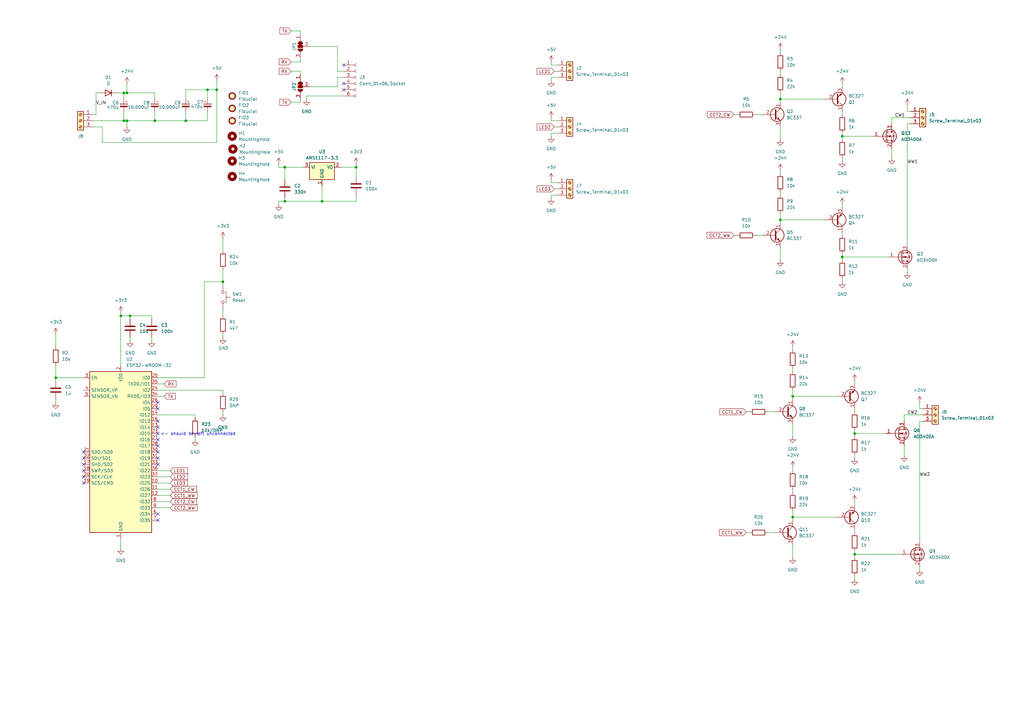
<source format=kicad_sch>
(kicad_sch (version 20231120) (generator "eeschema") (generator_version "8.0")
  (paper "A3")
  (lib_symbols
    (symbol "Connector:Conn_01x06_Socket" (pin_names (offset 1.016) hide)
      (property "Reference" "J" (at 0 7.62 0))
      (property "Value" "Conn_01x06_Socket" (at 0 -10.16 0))
      (symbol "Conn_01x06_Socket_1_1"
        (pin passive line (at -5.08 5.08 0) (length 3.81) (name "Pin_1") (number "1"))
        (pin passive line (at -5.08 2.54 0) (length 3.81) (name "Pin_2") (number "2"))
        (pin passive line (at -5.08 0 0) (length 3.81) (name "Pin_3") (number "3"))
        (pin passive line (at -5.08 -2.54 0) (length 3.81) (name "Pin_4") (number "4"))
        (pin passive line (at -5.08 -5.08 0) (length 3.81) (name "Pin_5") (number "5"))
        (pin passive line (at -5.08 -7.62 0) (length 3.81) (name "Pin_6") (number "6"))
      )
    )
    (symbol "Connector:Screw_Terminal_01x03" (pin_names (offset 1.016) hide)
      (property "Reference" "J" (at 0 5.08 0))
      (property "Value" "Screw_Terminal_01x03" (at 0 -5.08 0))
      (symbol "Screw_Terminal_01x03_1_1"
        (pin passive line (at -5.08 2.54 0) (length 3.81) (name "Pin_1") (number "1"))
        (pin passive line (at -5.08 0 0) (length 3.81) (name "Pin_2") (number "2"))
        (pin passive line (at -5.08 -2.54 0) (length 3.81) (name "Pin_3") (number "3"))
      )
    )
    (symbol "Device:C" (pin_numbers hide) (pin_names (offset 0.254))
      (property "Reference" "C" (at 0.635 2.54 0))
      (property "Value" "C" (at 0.635 -2.54 0))
      (symbol "C_1_1"
        (pin passive line (at 0 3.81 270) (length 2.794) (name "~") (number "1"))
        (pin passive line (at 0 -3.81 90) (length 2.794) (name "~") (number "2"))
      )
    )
    (symbol "Device:C_Polarized_Small" (pin_numbers hide) (pin_names (offset 0.254) hide)
      (property "Reference" "C" (at 0.254 1.778 0))
      (property "Value" "C_Polarized_Small" (at 0.254 -2.032 0))
      (symbol "C_Polarized_Small_1_1"
        (pin passive line (at 0 2.54 270) (length 1.8542) (name "~") (number "1"))
        (pin passive line (at 0 -2.54 90) (length 1.8542) (name "~") (number "2"))
      )
    )
    (symbol "Device:D" (pin_numbers hide) (pin_names (offset 1.016) hide)
      (property "Reference" "D" (at 0 2.54 0))
      (property "Value" "D" (at 0 -2.54 0))
      (symbol "D_1_1"
        (pin passive line (at -3.81 0 0) (length 2.54) (name "K") (number "1"))
        (pin passive line (at 3.81 0 180) (length 2.54) (name "A") (number "2"))
      )
    )
    (symbol "Device:R" (pin_numbers hide) (pin_names (offset 0))
      (property "Reference" "R" (at 2.032 0 90))
      (property "Value" "R" (at 0 0 90))
      (symbol "R_1_1"
        (pin passive line (at 0 3.81 270) (length 1.27) (name "~") (number "1"))
        (pin passive line (at 0 -3.81 90) (length 1.27) (name "~") (number "2"))
      )
    )
    (symbol "Jumper:SolderJumper_3_Bridged12" (pin_names (offset 0) hide) (exclude_from_sim yes) (in_bom no)
      (property "Reference" "JP" (at -2.54 -2.54 0))
      (property "Value" "SolderJumper_3_Bridged12" (at 0 2.794 0))
      (symbol "SolderJumper_3_Bridged12_1_1"
        (pin passive line (at -5.08 0 0) (length 2.54) (name "A") (number "1"))
        (pin passive line (at 0 -3.81 90) (length 2.54) (name "C") (number "2"))
        (pin passive line (at 5.08 0 180) (length 2.54) (name "B") (number "3"))
      )
    )
    (symbol "Mechanical:Fiducial" (exclude_from_sim yes) (in_bom no)
      (property "Reference" "FID" (at 0 5.08 0))
      (property "Value" "Fiducial" (at 0 3.175 0))
    )
    (symbol "Mechanical:MountingHole" (pin_names (offset 1.016)) (exclude_from_sim yes) (in_bom no)
      (property "Reference" "H" (at 0 5.08 0))
      (property "Value" "MountingHole" (at 0 3.175 0))
    )
    (symbol "RF_Module:ESP32-WROOM-32"
      (property "Reference" "U" (at -12.7 34.29 0))
      (property "Value" "ESP32-WROOM-32" (at 1.27 34.29 0))
      (symbol "ESP32-WROOM-32_1_1"
        (pin power_in line (at 0 -35.56 90) (length 2.54) (name "GND") (number "1"))
        (pin bidirectional line (at 15.24 -12.7 180) (length 2.54) (name "IO25") (number "10"))
        (pin bidirectional line (at 15.24 -15.24 180) (length 2.54) (name "IO26") (number "11"))
        (pin bidirectional line (at 15.24 -17.78 180) (length 2.54) (name "IO27") (number "12"))
        (pin bidirectional line (at 15.24 10.16 180) (length 2.54) (name "IO14") (number "13"))
        (pin bidirectional line (at 15.24 15.24 180) (length 2.54) (name "IO12") (number "14"))
        (pin passive line (at 0 -35.56 90) (length 2.54) hide (name "GND") (number "15"))
        (pin bidirectional line (at 15.24 12.7 180) (length 2.54) (name "IO13") (number "16"))
        (pin bidirectional line (at -15.24 -5.08 0) (length 2.54) (name "SHD/SD2") (number "17"))
        (pin bidirectional line (at -15.24 -7.62 0) (length 2.54) (name "SWP/SD3") (number "18"))
        (pin bidirectional line (at -15.24 -12.7 0) (length 2.54) (name "SCS/CMD") (number "19"))
        (pin power_in line (at 0 35.56 270) (length 2.54) (name "VDD") (number "2"))
        (pin bidirectional line (at -15.24 -10.16 0) (length 2.54) (name "SCK/CLK") (number "20"))
        (pin bidirectional line (at -15.24 0 0) (length 2.54) (name "SDO/SD0") (number "21"))
        (pin bidirectional line (at -15.24 -2.54 0) (length 2.54) (name "SDI/SD1") (number "22"))
        (pin bidirectional line (at 15.24 7.62 180) (length 2.54) (name "IO15") (number "23"))
        (pin bidirectional line (at 15.24 25.4 180) (length 2.54) (name "IO2") (number "24"))
        (pin bidirectional line (at 15.24 30.48 180) (length 2.54) (name "IO0") (number "25"))
        (pin bidirectional line (at 15.24 20.32 180) (length 2.54) (name "IO4") (number "26"))
        (pin bidirectional line (at 15.24 5.08 180) (length 2.54) (name "IO16") (number "27"))
        (pin bidirectional line (at 15.24 2.54 180) (length 2.54) (name "IO17") (number "28"))
        (pin bidirectional line (at 15.24 17.78 180) (length 2.54) (name "IO5") (number "29"))
        (pin input line (at -15.24 30.48 0) (length 2.54) (name "EN") (number "3"))
        (pin bidirectional line (at 15.24 0 180) (length 2.54) (name "IO18") (number "30"))
        (pin bidirectional line (at 15.24 -2.54 180) (length 2.54) (name "IO19") (number "31"))
        (pin no_connect line (at -12.7 -27.94 0) (length 2.54) hide (name "NC") (number "32"))
        (pin bidirectional line (at 15.24 -5.08 180) (length 2.54) (name "IO21") (number "33"))
        (pin bidirectional line (at 15.24 22.86 180) (length 2.54) (name "RXD0/IO3") (number "34"))
        (pin bidirectional line (at 15.24 27.94 180) (length 2.54) (name "TXD0/IO1") (number "35"))
        (pin bidirectional line (at 15.24 -7.62 180) (length 2.54) (name "IO22") (number "36"))
        (pin bidirectional line (at 15.24 -10.16 180) (length 2.54) (name "IO23") (number "37"))
        (pin passive line (at 0 -35.56 90) (length 2.54) hide (name "GND") (number "38"))
        (pin passive line (at 0 -35.56 90) (length 2.54) hide (name "GND") (number "39"))
        (pin input line (at -15.24 25.4 0) (length 2.54) (name "SENSOR_VP") (number "4"))
        (pin input line (at -15.24 22.86 0) (length 2.54) (name "SENSOR_VN") (number "5"))
        (pin input line (at 15.24 -25.4 180) (length 2.54) (name "IO34") (number "6"))
        (pin input line (at 15.24 -27.94 180) (length 2.54) (name "IO35") (number "7"))
        (pin bidirectional line (at 15.24 -20.32 180) (length 2.54) (name "IO32") (number "8"))
        (pin bidirectional line (at 15.24 -22.86 180) (length 2.54) (name "IO33") (number "9"))
      )
    )
    (symbol "Regulator_Linear:AMS1117-3.3"
      (property "Reference" "U" (at -3.81 3.175 0))
      (property "Value" "AMS1117-3.3" (at 0 3.175 0))
      (symbol "AMS1117-3.3_1_1"
        (pin power_in line (at 0 -7.62 90) (length 2.54) (name "GND") (number "1"))
        (pin power_out line (at 7.62 0 180) (length 2.54) (name "VO") (number "2"))
        (pin power_in line (at -7.62 0 0) (length 2.54) (name "VI") (number "3"))
      )
    )
    (symbol "Switch:SW_Push" (pin_numbers hide) (pin_names (offset 1.016) hide)
      (property "Reference" "SW" (at 1.27 2.54 0))
      (property "Value" "SW_Push" (at 0 -1.524 0))
      (symbol "SW_Push_0_1"
        (pin passive line (at -5.08 0 0) (length 2.54) (name "1") (number "1"))
        (pin passive line (at 5.08 0 180) (length 2.54) (name "2") (number "2"))
      )
    )
    (symbol "Transistor_BJT:BC327" (pin_names (offset 0) hide)
      (property "Reference" "Q" (at 5.08 1.905 0))
      (property "Value" "BC327" (at 5.08 0 0))
      (symbol "BC327_1_1"
        (pin passive line (at 2.54 5.08 270) (length 2.54) (name "C") (number "1"))
        (pin input line (at -5.08 0 0) (length 5.715) (name "B") (number "2"))
        (pin passive line (at 2.54 -5.08 90) (length 2.54) (name "E") (number "3"))
      )
    )
    (symbol "Transistor_BJT:BC337" (pin_names (offset 0) hide)
      (property "Reference" "Q" (at 5.08 1.905 0))
      (property "Value" "BC337" (at 5.08 0 0))
      (symbol "BC337_1_1"
        (pin passive line (at 2.54 5.08 270) (length 2.54) (name "C") (number "1"))
        (pin input line (at -5.08 0 0) (length 5.08) (name "B") (number "2"))
        (pin passive line (at 2.54 -5.08 90) (length 2.54) (name "E") (number "3"))
      )
    )
    (symbol "Transistor_FET:AO3400A" (pin_names hide)
      (property "Reference" "Q" (at 5.08 1.905 0))
      (property "Value" "AO3400A" (at 5.08 0 0))
      (symbol "AO3400A_1_1"
        (pin input line (at -5.08 0 0) (length 2.54) (name "G") (number "1"))
        (pin passive line (at 2.54 -5.08 90) (length 2.54) (name "S") (number "2"))
        (pin passive line (at 2.54 5.08 270) (length 2.54) (name "D") (number "3"))
      )
    )
    (symbol "power:+24V" (power) (pin_numbers hide) (pin_names (offset 0) hide)
      (property "Value" "+24V" (at 0 3.556 0))
      (symbol "+24V_1_1"
        (pin power_in line (at 0 0 90) (length 0) (name "~") (number "1"))
      )
    )
    (symbol "power:+3V3" (power) (pin_numbers hide) (pin_names (offset 0) hide)
      (property "Value" "+3V3" (at 0 3.556 0))
      (symbol "+3V3_1_1"
        (pin power_in line (at 0 0 90) (length 0) (name "~") (number "1"))
      )
    )
    (symbol "power:+5V" (power) (pin_numbers hide) (pin_names (offset 0) hide)
      (property "Value" "+5V" (at 0 3.556 0))
      (symbol "+5V_1_1"
        (pin power_in line (at 0 0 90) (length 0) (name "~") (number "1"))
      )
    )
    (symbol "power:GND" (power) (pin_numbers hide) (pin_names (offset 0) hide)
      (property "Value" "GND" (at 0 -3.81 0))
      (symbol "GND_1_1"
        (pin power_in line (at 0 0 270) (length 0) (name "~") (number "1"))
      )
    )
  )
  (junction (at 76.2 49.53))
  (junction (at 320.04 90.17))
  (junction (at 116.84 68.58))
  (junction (at 116.84 82.55))
  (junction (at 91.44 115.57))
  (junction (at 63.5 49.53))
  (junction (at 146.05 68.58))
  (junction (at 88.9 36.83))
  (junction (at 345.44 55.88))
  (junction (at 50.8 49.53))
  (junction (at 52.07 49.53))
  (junction (at 325.12 162.56))
  (junction (at 345.44 105.41))
  (junction (at 52.07 38.1))
  (junction (at 22.86 154.94))
  (junction (at 320.04 40.64))
  (junction (at 325.12 212.09))
  (junction (at 53.34 129.54))
  (junction (at 350.52 177.8))
  (junction (at 132.08 82.55))
  (junction (at 50.8 38.1))
  (junction (at 350.52 227.33))
  (junction (at 85.09 36.83))
  (junction (at 49.53 129.54))
  (no_connect (at 64.77 185.42))
  (no_connect (at 64.77 172.72))
  (no_connect (at 64.77 165.1))
  (no_connect (at 34.29 193.04))
  (no_connect (at 64.77 175.26))
  (no_connect (at 64.77 210.82))
  (no_connect (at 34.29 187.96))
  (no_connect (at 64.77 177.8))
  (no_connect (at 34.29 190.5))
  (no_connect (at 34.29 198.12))
  (no_connect (at 34.29 195.58))
  (no_connect (at 140.97 34.29))
  (no_connect (at 64.77 190.5))
  (no_connect (at 140.97 36.83))
  (no_connect (at 64.77 182.88))
  (no_connect (at 64.77 167.64))
  (no_connect (at 64.77 180.34))
  (no_connect (at 64.77 213.36))
  (no_connect (at 34.29 185.42))
  (no_connect (at 64.77 187.96))
  (no_connect (at 140.97 26.67))
  (wire (pts (xy 80.01 180.34) (xy 80.01 179.07)))
  (wire (pts (xy 49.53 220.98) (xy 49.53 224.79)))
  (wire (pts (xy 377.19 172.72) (xy 378.46 172.72)))
  (wire (pts (xy 114.3 82.55) (xy 114.3 83.82)))
  (wire (pts (xy 132.08 82.55) (xy 146.05 82.55)))
  (wire (pts (xy 226.06 49.53) (xy 226.06 48.26)))
  (wire (pts (xy 345.44 105.41) (xy 364.49 105.41)))
  (wire (pts (xy 365.76 48.26) (xy 373.38 48.26)))
  (wire (pts (xy 146.05 68.58) (xy 146.05 72.39)))
  (wire (pts (xy 22.86 149.86) (xy 22.86 154.94)))
  (wire (pts (xy 226.06 80.01) (xy 228.6 80.01)))
  (wire (pts (xy 320.04 29.21) (xy 320.04 30.48)))
  (wire (pts (xy 300.99 46.99) (xy 302.26 46.99)))
  (wire (pts (xy 226.06 81.28) (xy 226.06 80.01)))
  (wire (pts (xy 76.2 49.53) (xy 85.09 49.53)))
  (wire (pts (xy 325.12 142.24) (xy 325.12 143.51)))
  (wire (pts (xy 64.77 198.12) (xy 69.85 198.12)))
  (wire (pts (xy 325.12 151.13) (xy 325.12 152.4)))
  (wire (pts (xy 80.01 170.18) (xy 80.01 171.45)))
  (wire (pts (xy 41.91 58.42) (xy 88.9 58.42)))
  (wire (pts (xy 85.09 40.64) (xy 85.09 36.83)))
  (wire (pts (xy 146.05 80.01) (xy 146.05 82.55)))
  (wire (pts (xy 52.07 49.53) (xy 52.07 52.07)))
  (wire (pts (xy 228.6 26.67) (xy 226.06 26.67)))
  (wire (pts (xy 372.11 45.72) (xy 373.38 45.72)))
  (wire (pts (xy 114.3 82.55) (xy 116.84 82.55)))
  (wire (pts (xy 350.52 217.17) (xy 350.52 218.44)))
  (wire (pts (xy 350.52 236.22) (xy 350.52 237.49)))
  (wire (pts (xy 48.26 38.1) (xy 50.8 38.1)))
  (wire (pts (xy 50.8 45.72) (xy 50.8 49.53)))
  (wire (pts (xy 64.77 200.66) (xy 69.85 200.66)))
  (wire (pts (xy 227.33 52.07) (xy 228.6 52.07)))
  (wire (pts (xy 314.96 218.44) (xy 317.5 218.44)))
  (wire (pts (xy 320.04 101.6) (xy 320.04 106.68)))
  (wire (pts (xy 320.04 90.17) (xy 337.82 90.17)))
  (wire (pts (xy 226.06 54.61) (xy 228.6 54.61)))
  (wire (pts (xy 227.33 77.47) (xy 228.6 77.47)))
  (wire (pts (xy 345.44 34.29) (xy 345.44 35.56)))
  (wire (pts (xy 325.12 212.09) (xy 342.9 212.09)))
  (wire (pts (xy 370.84 182.88) (xy 370.84 186.69)))
  (wire (pts (xy 119.38 41.91) (xy 123.19 41.91)))
  (wire (pts (xy 320.04 78.74) (xy 320.04 80.01)))
  (wire (pts (xy 320.04 38.1) (xy 320.04 40.64)))
  (wire (pts (xy 138.43 31.75) (xy 140.97 31.75)))
  (wire (pts (xy 62.23 139.7) (xy 62.23 138.43)))
  (wire (pts (xy 325.12 223.52) (xy 325.12 228.6)))
  (wire (pts (xy 345.44 114.3) (xy 345.44 115.57)))
  (wire (pts (xy 350.52 226.06) (xy 350.52 227.33)))
  (wire (pts (xy 50.8 38.1) (xy 52.07 38.1)))
  (wire (pts (xy 39.37 38.1) (xy 39.37 46.99)))
  (wire (pts (xy 64.77 195.58) (xy 69.85 195.58)))
  (wire (pts (xy 38.1 52.07) (xy 41.91 52.07)))
  (wire (pts (xy 123.19 41.91) (xy 123.19 40.64)))
  (wire (pts (xy 22.86 154.94) (xy 34.29 154.94)))
  (wire (pts (xy 64.77 205.74) (xy 69.85 205.74)))
  (wire (pts (xy 350.52 156.21) (xy 350.52 157.48)))
  (wire (pts (xy 91.44 116.84) (xy 91.44 115.57)))
  (wire (pts (xy 50.8 38.1) (xy 50.8 40.64)))
  (wire (pts (xy 370.84 170.18) (xy 378.46 170.18)))
  (wire (pts (xy 345.44 55.88) (xy 345.44 57.15)))
  (wire (pts (xy 64.77 193.04) (xy 69.85 193.04)))
  (wire (pts (xy 320.04 40.64) (xy 320.04 41.91)))
  (wire (pts (xy 377.19 165.1) (xy 377.19 167.64)))
  (wire (pts (xy 314.96 168.91) (xy 317.5 168.91)))
  (wire (pts (xy 52.07 49.53) (xy 63.5 49.53)))
  (wire (pts (xy 91.44 102.87) (xy 91.44 97.79)))
  (wire (pts (xy 325.12 173.99) (xy 325.12 179.07)))
  (wire (pts (xy 85.09 49.53) (xy 85.09 45.72)))
  (wire (pts (xy 345.44 95.25) (xy 345.44 96.52)))
  (wire (pts (xy 377.19 167.64) (xy 378.46 167.64)))
  (wire (pts (xy 91.44 110.49) (xy 91.44 115.57)))
  (wire (pts (xy 320.04 90.17) (xy 320.04 91.44)))
  (wire (pts (xy 116.84 82.55) (xy 132.08 82.55)))
  (wire (pts (xy 22.86 142.24) (xy 22.86 137.16)))
  (wire (pts (xy 350.52 177.8) (xy 363.22 177.8)))
  (wire (pts (xy 345.44 55.88) (xy 358.14 55.88)))
  (wire (pts (xy 372.11 110.49) (xy 372.11 111.76)))
  (wire (pts (xy 114.3 68.58) (xy 116.84 68.58)))
  (wire (pts (xy 88.9 36.83) (xy 88.9 58.42)))
  (wire (pts (xy 325.12 200.66) (xy 325.12 201.93)))
  (wire (pts (xy 325.12 160.02) (xy 325.12 162.56)))
  (wire (pts (xy 116.84 68.58) (xy 124.46 68.58)))
  (wire (pts (xy 50.8 49.53) (xy 52.07 49.53)))
  (wire (pts (xy 76.2 36.83) (xy 85.09 36.83)))
  (wire (pts (xy 300.99 96.52) (xy 302.26 96.52)))
  (wire (pts (xy 226.06 26.67) (xy 226.06 25.4)))
  (wire (pts (xy 64.77 162.56) (xy 67.31 162.56)))
  (wire (pts (xy 372.11 50.8) (xy 372.11 100.33)))
  (wire (pts (xy 138.43 19.05) (xy 127 19.05)))
  (wire (pts (xy 350.52 167.64) (xy 350.52 168.91)))
  (wire (pts (xy 63.5 49.53) (xy 76.2 49.53)))
  (wire (pts (xy 123.19 25.4) (xy 123.19 24.13)))
  (wire (pts (xy 116.84 81.28) (xy 116.84 82.55)))
  (wire (pts (xy 139.7 68.58) (xy 146.05 68.58)))
  (wire (pts (xy 49.53 128.27) (xy 49.53 129.54)))
  (wire (pts (xy 365.76 50.8) (xy 365.76 48.26)))
  (wire (pts (xy 91.44 170.18) (xy 91.44 168.91)))
  (wire (pts (xy 372.11 43.18) (xy 372.11 45.72)))
  (wire (pts (xy 309.88 46.99) (xy 312.42 46.99)))
  (wire (pts (xy 22.86 156.21) (xy 22.86 154.94)))
  (wire (pts (xy 64.77 154.94) (xy 83.82 154.94)))
  (wire (pts (xy 119.38 25.4) (xy 123.19 25.4)))
  (wire (pts (xy 119.38 12.7) (xy 123.19 12.7)))
  (wire (pts (xy 76.2 40.64) (xy 76.2 36.83)))
  (wire (pts (xy 49.53 129.54) (xy 53.34 129.54)))
  (wire (pts (xy 320.04 87.63) (xy 320.04 90.17)))
  (wire (pts (xy 140.97 29.21) (xy 138.43 29.21)))
  (wire (pts (xy 138.43 29.21) (xy 138.43 19.05)))
  (wire (pts (xy 350.52 186.69) (xy 350.52 187.96)))
  (wire (pts (xy 377.19 232.41) (xy 377.19 233.68)))
  (wire (pts (xy 63.5 38.1) (xy 63.5 40.64)))
  (wire (pts (xy 39.37 46.99) (xy 38.1 46.99)))
  (wire (pts (xy 49.53 129.54) (xy 49.53 149.86)))
  (wire (pts (xy 53.34 129.54) (xy 62.23 129.54)))
  (wire (pts (xy 345.44 45.72) (xy 345.44 46.99)))
  (wire (pts (xy 52.07 34.29) (xy 52.07 38.1)))
  (wire (pts (xy 227.33 29.21) (xy 228.6 29.21)))
  (wire (pts (xy 127 35.56) (xy 138.43 35.56)))
  (wire (pts (xy 306.07 168.91) (xy 307.34 168.91)))
  (wire (pts (xy 372.11 50.8) (xy 373.38 50.8)))
  (wire (pts (xy 64.77 203.2) (xy 69.85 203.2)))
  (wire (pts (xy 83.82 115.57) (xy 83.82 154.94)))
  (wire (pts (xy 52.07 38.1) (xy 63.5 38.1)))
  (wire (pts (xy 123.19 12.7) (xy 123.19 13.97)))
  (wire (pts (xy 350.52 177.8) (xy 350.52 179.07)))
  (wire (pts (xy 325.12 212.09) (xy 325.12 213.36)))
  (wire (pts (xy 64.77 160.02) (xy 91.44 160.02)))
  (wire (pts (xy 62.23 130.81) (xy 62.23 129.54)))
  (wire (pts (xy 91.44 160.02) (xy 91.44 161.29)))
  (wire (pts (xy 350.52 227.33) (xy 369.57 227.33)))
  (wire (pts (xy 88.9 33.02) (xy 88.9 36.83)))
  (wire (pts (xy 325.12 191.77) (xy 325.12 193.04)))
  (wire (pts (xy 350.52 227.33) (xy 350.52 228.6)))
  (wire (pts (xy 114.3 67.31) (xy 114.3 68.58)))
  (wire (pts (xy 64.77 208.28) (xy 69.85 208.28)))
  (wire (pts (xy 309.88 96.52) (xy 312.42 96.52)))
  (wire (pts (xy 345.44 83.82) (xy 345.44 85.09)))
  (wire (pts (xy 226.06 33.02) (xy 226.06 31.75)))
  (wire (pts (xy 345.44 104.14) (xy 345.44 105.41)))
  (wire (pts (xy 53.34 130.81) (xy 53.34 129.54)))
  (wire (pts (xy 345.44 105.41) (xy 345.44 106.68)))
  (wire (pts (xy 228.6 49.53) (xy 226.06 49.53)))
  (wire (pts (xy 377.19 172.72) (xy 377.19 222.25)))
  (wire (pts (xy 76.2 45.72) (xy 76.2 49.53)))
  (wire (pts (xy 132.08 82.55) (xy 132.08 76.2)))
  (wire (pts (xy 116.84 68.58) (xy 116.84 73.66)))
  (wire (pts (xy 350.52 176.53) (xy 350.52 177.8)))
  (wire (pts (xy 91.44 138.43) (xy 91.44 137.16)))
  (wire (pts (xy 320.04 52.07) (xy 320.04 57.15)))
  (wire (pts (xy 350.52 205.74) (xy 350.52 207.01)))
  (wire (pts (xy 345.44 64.77) (xy 345.44 66.04)))
  (wire (pts (xy 123.19 29.21) (xy 123.19 30.48)))
  (wire (pts (xy 146.05 67.31) (xy 146.05 68.58)))
  (wire (pts (xy 85.09 36.83) (xy 88.9 36.83)))
  (wire (pts (xy 320.04 69.85) (xy 320.04 71.12)))
  (wire (pts (xy 226.06 55.88) (xy 226.06 54.61)))
  (wire (pts (xy 41.91 52.07) (xy 41.91 58.42)))
  (wire (pts (xy 228.6 74.93) (xy 226.06 74.93)))
  (wire (pts (xy 91.44 127) (xy 91.44 129.54)))
  (wire (pts (xy 53.34 139.7) (xy 53.34 138.43)))
  (wire (pts (xy 345.44 54.61) (xy 345.44 55.88)))
  (wire (pts (xy 91.44 115.57) (xy 83.82 115.57)))
  (wire (pts (xy 320.04 40.64) (xy 337.82 40.64)))
  (wire (pts (xy 325.12 209.55) (xy 325.12 212.09)))
  (wire (pts (xy 306.07 218.44) (xy 307.34 218.44)))
  (wire (pts (xy 125.73 40.64) (xy 125.73 39.37)))
  (wire (pts (xy 325.12 162.56) (xy 325.12 163.83)))
  (wire (pts (xy 125.73 39.37) (xy 140.97 39.37)))
  (wire (pts (xy 22.86 165.1) (xy 22.86 163.83)))
  (wire (pts (xy 39.37 38.1) (xy 40.64 38.1)))
  (wire (pts (xy 365.76 60.96) (xy 365.76 64.77)))
  (wire (pts (xy 325.12 162.56) (xy 342.9 162.56)))
  (wire (pts (xy 119.38 29.21) (xy 123.19 29.21)))
  (wire (pts (xy 320.04 20.32) (xy 320.04 21.59)))
  (wire (pts (xy 64.77 170.18) (xy 80.01 170.18)))
  (wire (pts (xy 370.84 172.72) (xy 370.84 170.18)))
  (wire (pts (xy 63.5 45.72) (xy 63.5 49.53)))
  (wire (pts (xy 226.06 74.93) (xy 226.06 73.66)))
  (wire (pts (xy 38.1 49.53) (xy 50.8 49.53)))
  (wire (pts (xy 138.43 35.56) (xy 138.43 31.75)))
  (wire (pts (xy 226.06 31.75) (xy 228.6 31.75)))
  (wire (pts (xy 64.77 157.48) (xy 67.31 157.48)))
  (text "<- should be left unconnected" (at 81.28 178.054 0) (effects (font (size 1.27 1.27))))
  (label "WW1" (at 372.11 67.31 0))
  (label "CW2" (at 372.11 170.18 0))
  (label "V_IN" (at 39.37 43.18 0))
  (label "CW1" (at 367.03 48.26 0))
  (label "WW2" (at 377.19 195.58 0))
  (global_label "TX" (shape input) (at 67.31 162.56 0) (property "Intersheetrefs" "${INTERSHEET_REFS}" (effects (hide yes))))
  (global_label "RX" (shape input) (at 67.31 157.48 0) (property "Intersheetrefs" "${INTERSHEET_REFS}" (effects (hide yes))))
  (global_label "CCT1_CW" (shape input) (at 306.07 168.91 180) (property "Intersheetrefs" "${INTERSHEET_REFS}" (effects (hide yes))))
  (global_label "TX" (shape input) (at 119.38 12.7 180) (property "Intersheetrefs" "${INTERSHEET_REFS}" (effects (hide yes))))
  (global_label "RX" (shape input) (at 119.38 29.21 180) (property "Intersheetrefs" "${INTERSHEET_REFS}" (effects (hide yes))))
  (global_label "TX" (shape input) (at 119.38 41.91 180) (property "Intersheetrefs" "${INTERSHEET_REFS}" (effects (hide yes))))
  (global_label "LED1" (shape input) (at 69.85 193.04 0) (property "Intersheetrefs" "${INTERSHEET_REFS}" (effects (hide yes))))
  (global_label "LED1" (shape input) (at 227.33 29.21 180) (property "Intersheetrefs" "${INTERSHEET_REFS}" (effects (hide yes))))
  (global_label "LED3" (shape input) (at 227.33 77.47 180) (property "Intersheetrefs" "${INTERSHEET_REFS}" (effects (hide yes))))
  (global_label "LED2" (shape input) (at 69.85 195.58 0) (property "Intersheetrefs" "${INTERSHEET_REFS}" (effects (hide yes))))
  (global_label "CCT2_CW" (shape input) (at 69.85 205.74 0) (property "Intersheetrefs" "${INTERSHEET_REFS}" (effects (hide yes))))
  (global_label "CCT1_WW" (shape input) (at 306.07 218.44 180) (property "Intersheetrefs" "${INTERSHEET_REFS}" (effects (hide yes))))
  (global_label "LED2" (shape input) (at 227.33 52.07 180) (property "Intersheetrefs" "${INTERSHEET_REFS}" (effects (hide yes))))
  (global_label "CCT2_WW" (shape input) (at 300.99 96.52 180) (property "Intersheetrefs" "${INTERSHEET_REFS}" (effects (hide yes))))
  (global_label "CCT1_WW" (shape input) (at 69.85 203.2 0) (property "Intersheetrefs" "${INTERSHEET_REFS}" (effects (hide yes))))
  (global_label "CCT2_CW" (shape input) (at 300.99 46.99 180) (property "Intersheetrefs" "${INTERSHEET_REFS}" (effects (hide yes))))
  (global_label "RX" (shape input) (at 119.38 25.4 180) (property "Intersheetrefs" "${INTERSHEET_REFS}" (effects (hide yes))))
  (global_label "CCT2_WW" (shape input) (at 69.85 208.28 0) (property "Intersheetrefs" "${INTERSHEET_REFS}" (effects (hide yes))))
  (global_label "LED3" (shape input) (at 69.85 198.12 0) (property "Intersheetrefs" "${INTERSHEET_REFS}" (effects (hide yes))))
  (global_label "CCT1_CW" (shape input) (at 69.85 200.66 0) (property "Intersheetrefs" "${INTERSHEET_REFS}" (effects (hide yes))))
  (symbol (lib_id "power:GND") (at 52.07 52.07 0) (unit 1)
    (property "Reference" "#PWR042" (effects (hide yes)))
    (property "Value" "GND" (at 52.07 57.15 0))
    (property "Description" "Power symbol creates a global label with name \"GND\" , ground" (effects (hide yes)))
  )
  (symbol (lib_id "Device:R") (at 350.52 222.25 180) (unit 1)
    (property "Reference" "R21" (at 353.06 220.9799 0) (effects (justify right)))
    (property "Value" "1k" (at 353.06 223.5199 0) (effects (justify right)))
    (property "Footprint" "Capacitor_SMD:C_1206_3216Metric_Pad1.33x1.80mm_HandSolder" (effects (hide yes)))
    (property "Description" "Resistor" (effects (hide yes)))
  )
  (symbol (lib_id "Connector:Screw_Terminal_01x03") (at 383.54 170.18 0) (unit 1)
    (property "Reference" "J6" (at 386.08 168.9099 0) (effects (justify left)))
    (property "Value" "Screw_Terminal_01x03" (at 386.08 171.4499 0) (effects (justify left)))
    (property "Footprint" "TerminalBlock_Phoenix:TerminalBlock_Phoenix_MPT-0,5-3-2.54_1x03_P2.54mm_Horizontal" (effects (hide yes)))
    (property "Description" "Generic screw terminal, single row, 01x03, script generated (kicad-library-utils/schlib/autogen/connector/)" (effects (hide yes)))
  )
  (symbol (lib_id "power:+24V") (at 320.04 69.85 0) (unit 1)
    (property "Reference" "#PWR018" (effects (hide yes)))
    (property "Value" "+24V" (at 320.04 64.77 0))
    (property "Description" "Power symbol creates a global label with name \"+24V\"" (effects (hide yes)))
  )
  (symbol (lib_id "Device:R") (at 320.04 34.29 180) (unit 1)
    (property "Reference" "R4" (at 322.58 33.0199 0) (effects (justify right)))
    (property "Value" "22k" (at 322.58 35.5599 0) (effects (justify right)))
    (property "Footprint" "Capacitor_SMD:C_1206_3216Metric_Pad1.33x1.80mm_HandSolder" (effects (hide yes)))
    (property "Description" "Resistor" (effects (hide yes)))
  )
  (symbol (lib_id "Device:R") (at 325.12 196.85 180) (unit 1)
    (property "Reference" "R18" (at 327.66 195.5799 0) (effects (justify right)))
    (property "Value" "10k" (at 327.66 198.1199 0) (effects (justify right)))
    (property "Footprint" "Capacitor_SMD:C_1206_3216Metric_Pad1.33x1.80mm_HandSolder" (effects (hide yes)))
    (property "Description" "Resistor" (effects (hide yes)))
  )
  (symbol (lib_id "Transistor_BJT:BC327") (at 347.98 162.56 0) (mirror x) (unit 1)
    (property "Reference" "Q7" (at 353.06 163.8301 0) (effects (justify left)))
    (property "Value" "BC327" (at 353.06 161.2901 0) (effects (justify left)))
    (property "Footprint" "Package_TO_SOT_THT:TO-92_Inline" (effects (hide yes)))
    (property "Datasheet" "http://www.onsemi.com/pub_link/Collateral/BC327-D.PDF" (effects (hide yes)))
    (property "Description" "0.8A Ic, 45V Vce, PNP Transistor, TO-92" (effects (hide yes)))
  )
  (symbol (lib_id "power:+24V") (at 377.19 165.1 0) (unit 1)
    (property "Reference" "#PWR045" (effects (hide yes)))
    (property "Value" "+24V" (at 377.19 160.02 0))
    (property "Description" "Power symbol creates a global label with name \"+24V\"" (effects (hide yes)))
  )
  (symbol (lib_id "power:+24V") (at 372.11 43.18 0) (unit 1)
    (property "Reference" "#PWR040" (effects (hide yes)))
    (property "Value" "+24V" (at 372.11 38.1 0))
    (property "Description" "Power symbol creates a global label with name \"+24V\"" (effects (hide yes)))
  )
  (symbol (lib_id "Device:C") (at 53.34 134.62 0) (unit 1)
    (property "Reference" "C4" (at 57.15 133.3499 0) (effects (justify left)))
    (property "Value" "10u" (at 57.15 135.8899 0) (effects (justify left)))
    (property "Footprint" "Capacitor_SMD:C_0805_2012Metric_Pad1.18x1.45mm_HandSolder" (effects (hide yes)))
    (property "Description" "Unpolarized capacitor" (effects (hide yes)))
  )
  (symbol (lib_id "Device:C_Polarized_Small") (at 85.09 43.18 0) (unit 1)
    (property "Reference" "C7" (at 80.772 41.91 0) (effects (justify left)))
    (property "Value" "470u" (at 78.232 43.688 0) (effects (justify left)))
    (property "Footprint" "Capacitor_SMD:CP_Elec_10x10" (effects (hide yes)))
    (property "Description" "Polarized capacitor, small symbol" (effects (hide yes)))
  )
  (symbol (lib_id "power:+3V3") (at 146.05 67.31 0) (unit 1)
    (property "Reference" "#PWR01" (effects (hide yes)))
    (property "Value" "+3V3" (at 146.05 62.23 0))
    (property "Description" "Power symbol creates a global label with name \"+3V3\"" (effects (hide yes)))
  )
  (symbol (lib_id "Transistor_BJT:BC337") (at 317.5 46.99 0) (unit 1)
    (property "Reference" "Q2" (at 322.58 45.7199 0) (effects (justify left)))
    (property "Value" "BC337" (at 322.58 48.2599 0) (effects (justify left)))
    (property "Footprint" "Package_TO_SOT_THT:TO-92_Inline" (effects (hide yes)))
    (property "Datasheet" "https://diotec.com/tl_files/diotec/files/pdf/datasheets/bc337.pdf" (effects (hide yes)))
    (property "Description" "0.8A Ic, 45V Vce, NPN Transistor, TO-92" (effects (hide yes)))
  )
  (symbol (lib_id "Device:C") (at 146.05 76.2 0) (unit 1)
    (property "Reference" "C1" (at 149.86 74.9299 0) (effects (justify left)))
    (property "Value" "100n" (at 149.86 77.4699 0) (effects (justify left)))
    (property "Footprint" "Capacitor_SMD:C_0805_2012Metric_Pad1.18x1.45mm_HandSolder" (effects (hide yes)))
    (property "Description" "Unpolarized capacitor" (effects (hide yes)))
  )
  (symbol (lib_id "Device:R") (at 311.15 168.91 90) (unit 1)
    (property "Reference" "R15" (at 311.15 162.56 90))
    (property "Value" "10k" (at 311.15 165.1 90))
    (property "Footprint" "Capacitor_SMD:C_1206_3216Metric_Pad1.33x1.80mm_HandSolder" (effects (hide yes)))
    (property "Description" "Resistor" (effects (hide yes)))
  )
  (symbol (lib_id "Connector:Screw_Terminal_01x03") (at 378.46 48.26 0) (unit 1)
    (property "Reference" "J5" (at 381 46.9899 0) (effects (justify left)))
    (property "Value" "Screw_Terminal_01x03" (at 381 49.5299 0) (effects (justify left)))
    (property "Footprint" "TerminalBlock_Phoenix:TerminalBlock_Phoenix_MPT-0,5-3-2.54_1x03_P2.54mm_Horizontal" (effects (hide yes)))
    (property "Description" "Generic screw terminal, single row, 01x03, script generated (kicad-library-utils/schlib/autogen/connector/)" (effects (hide yes)))
  )
  (symbol (lib_id "Device:C") (at 116.84 77.47 0) (unit 1)
    (property "Reference" "C2" (at 120.65 76.1999 0) (effects (justify left)))
    (property "Value" "330n" (at 120.65 78.7399 0) (effects (justify left)))
    (property "Footprint" "Capacitor_SMD:C_0805_2012Metric_Pad1.18x1.45mm_HandSolder" (effects (hide yes)))
    (property "Description" "Unpolarized capacitor" (effects (hide yes)))
  )
  (symbol (lib_id "power:+24V") (at 325.12 191.77 0) (unit 1)
    (property "Reference" "#PWR028" (effects (hide yes)))
    (property "Value" "+24V" (at 325.12 186.69 0))
    (property "Description" "Power symbol creates a global label with name \"+24V\"" (effects (hide yes)))
  )
  (symbol (lib_id "power:+3V3") (at 49.53 128.27 0) (unit 1)
    (property "Reference" "#PWR05" (effects (hide yes)))
    (property "Value" "+3V3" (at 49.53 123.19 0))
    (property "Description" "Power symbol creates a global label with name \"+3V3\"" (effects (hide yes)))
  )
  (symbol (lib_id "power:GND") (at 53.34 139.7 0) (unit 1)
    (property "Reference" "#PWR03" (effects (hide yes)))
    (property "Value" "GND" (at 53.34 144.78 0))
    (property "Description" "Power symbol creates a global label with name \"GND\" , ground" (effects (hide yes)))
  )
  (symbol (lib_id "power:+3V3") (at 22.86 137.16 0) (unit 1)
    (property "Reference" "#PWR037" (effects (hide yes)))
    (property "Value" "+3V3" (at 22.86 132.08 0))
    (property "Description" "Power symbol creates a global label with name \"+3V3\"" (effects (hide yes)))
  )
  (symbol (lib_id "Transistor_BJT:BC337") (at 322.58 168.91 0) (unit 1)
    (property "Reference" "Q8" (at 327.66 167.6399 0) (effects (justify left)))
    (property "Value" "BC337" (at 327.66 170.1799 0) (effects (justify left)))
    (property "Footprint" "Package_TO_SOT_THT:TO-92_Inline" (effects (hide yes)))
    (property "Datasheet" "https://diotec.com/tl_files/diotec/files/pdf/datasheets/bc337.pdf" (effects (hide yes)))
    (property "Description" "0.8A Ic, 45V Vce, NPN Transistor, TO-92" (effects (hide yes)))
  )
  (symbol (lib_id "Device:R") (at 91.44 133.35 0) (unit 1)
    (property "Reference" "R1" (at 93.98 132.0799 0) (effects (justify left)))
    (property "Value" "4k7" (at 93.98 134.6199 0) (effects (justify left)))
    (property "Footprint" "Capacitor_SMD:C_1206_3216Metric_Pad1.33x1.80mm_HandSolder" (effects (hide yes)))
    (property "Description" "Resistor" (effects (hide yes)))
  )
  (symbol (lib_id "power:GND") (at 350.52 187.96 0) (unit 1)
    (property "Reference" "#PWR027" (effects (hide yes)))
    (property "Value" "GND" (at 350.52 193.04 0))
    (property "Description" "Power symbol creates a global label with name \"GND\" , ground" (effects (hide yes)))
  )
  (symbol (lib_id "power:+24V") (at 350.52 156.21 0) (unit 1)
    (property "Reference" "#PWR024" (effects (hide yes)))
    (property "Value" "+24V" (at 350.52 151.13 0))
    (property "Description" "Power symbol creates a global label with name \"+24V\"" (effects (hide yes)))
  )
  (symbol (lib_id "Device:R") (at 345.44 50.8 180) (unit 1)
    (property "Reference" "R6" (at 347.98 49.5299 0) (effects (justify right)))
    (property "Value" "1k" (at 347.98 52.0699 0) (effects (justify right)))
    (property "Footprint" "Capacitor_SMD:C_1206_3216Metric_Pad1.33x1.80mm_HandSolder" (effects (hide yes)))
    (property "Description" "Resistor" (effects (hide yes)))
  )
  (symbol (lib_id "Device:R") (at 80.01 175.26 0) (unit 1)
    (property "Reference" "R23" (at 82.55 173.9899 0) (effects (justify left)))
    (property "Value" "10k/DNP" (at 82.55 176.5299 0) (effects (justify left)))
    (property "Footprint" "Capacitor_SMD:C_1206_3216Metric_Pad1.33x1.80mm_HandSolder" (effects (hide yes)))
    (property "Description" "Resistor" (effects (hide yes)))
  )
  (symbol (lib_id "Device:R") (at 350.52 172.72 180) (unit 1)
    (property "Reference" "R16" (at 353.06 171.4499 0) (effects (justify right)))
    (property "Value" "1k" (at 353.06 173.9899 0) (effects (justify right)))
    (property "Footprint" "Capacitor_SMD:C_1206_3216Metric_Pad1.33x1.80mm_HandSolder" (effects (hide yes)))
    (property "Description" "Resistor" (effects (hide yes)))
  )
  (symbol (lib_id "Device:R") (at 345.44 100.33 180) (unit 1)
    (property "Reference" "R11" (at 347.98 99.0599 0) (effects (justify right)))
    (property "Value" "1k" (at 347.98 101.5999 0) (effects (justify right)))
    (property "Footprint" "Capacitor_SMD:C_1206_3216Metric_Pad1.33x1.80mm_HandSolder" (effects (hide yes)))
    (property "Description" "Resistor" (effects (hide yes)))
  )
  (symbol (lib_id "Device:R") (at 311.15 218.44 90) (unit 1)
    (property "Reference" "R20" (at 311.15 212.09 90))
    (property "Value" "10k" (at 311.15 214.63 90))
    (property "Footprint" "Capacitor_SMD:C_1206_3216Metric_Pad1.33x1.80mm_HandSolder" (effects (hide yes)))
    (property "Description" "Resistor" (effects (hide yes)))
  )
  (symbol (lib_id "Device:R") (at 91.44 106.68 0) (unit 1)
    (property "Reference" "R24" (at 93.98 105.4099 0) (effects (justify left)))
    (property "Value" "10k" (at 93.98 107.9499 0) (effects (justify left)))
    (property "Footprint" "Capacitor_SMD:C_1206_3216Metric_Pad1.33x1.80mm_HandSolder" (effects (hide yes)))
    (property "Description" "Resistor" (effects (hide yes)))
  )
  (symbol (lib_id "Device:R") (at 325.12 147.32 180) (unit 1)
    (property "Reference" "R13" (at 327.66 146.0499 0) (effects (justify right)))
    (property "Value" "10k" (at 327.66 148.5899 0) (effects (justify right)))
    (property "Footprint" "Capacitor_SMD:C_1206_3216Metric_Pad1.33x1.80mm_HandSolder" (effects (hide yes)))
    (property "Description" "Resistor" (effects (hide yes)))
  )
  (symbol (lib_id "power:GND") (at 226.06 81.28 0) (unit 1)
    (property "Reference" "#PWR034" (effects (hide yes)))
    (property "Value" "GND" (at 226.06 86.36 0))
    (property "Description" "Power symbol creates a global label with name \"GND\" , ground" (effects (hide yes)))
  )
  (symbol (lib_id "Mechanical:MountingHole") (at 95.25 55.88 0) (unit 1) (exclude_from_sim yes) (in_bom no)
    (property "Reference" "H1" (at 97.79 54.6099 0) (effects (justify left)))
    (property "Value" "MountingHole" (at 97.79 57.1499 0) (effects (justify left)))
    (property "Footprint" "MountingHole:MountingHole_3.2mm_M3" (effects (hide yes)))
    (property "Description" "Mounting Hole without connection" (effects (hide yes)))
  )
  (symbol (lib_id "Device:R") (at 345.44 110.49 180) (unit 1)
    (property "Reference" "R12" (at 347.98 109.2199 0) (effects (justify right)))
    (property "Value" "1k" (at 347.98 111.7599 0) (effects (justify right)))
    (property "Footprint" "Capacitor_SMD:C_1206_3216Metric_Pad1.33x1.80mm_HandSolder" (effects (hide yes)))
    (property "Description" "Resistor" (effects (hide yes)))
  )
  (symbol (lib_id "power:GND") (at 372.11 111.76 0) (unit 1)
    (property "Reference" "#PWR021" (effects (hide yes)))
    (property "Value" "GND" (at 372.11 116.84 0))
    (property "Description" "Power symbol creates a global label with name \"GND\" , ground" (effects (hide yes)))
  )
  (symbol (lib_id "Device:C") (at 22.86 160.02 0) (unit 1)
    (property "Reference" "C5" (at 26.67 158.7499 0) (effects (justify left)))
    (property "Value" "1u" (at 26.67 161.2899 0) (effects (justify left)))
    (property "Footprint" "Capacitor_SMD:C_0805_2012Metric_Pad1.18x1.45mm_HandSolder" (effects (hide yes)))
    (property "Description" "Unpolarized capacitor" (effects (hide yes)))
  )
  (symbol (lib_id "power:GND") (at 49.53 224.79 0) (unit 1)
    (property "Reference" "#PWR06" (effects (hide yes)))
    (property "Value" "GND" (at 49.53 229.87 0))
    (property "Description" "Power symbol creates a global label with name \"GND\" , ground" (effects (hide yes)))
  )
  (symbol (lib_id "power:+24V") (at 345.44 83.82 0) (unit 1)
    (property "Reference" "#PWR019" (effects (hide yes)))
    (property "Value" "+24V" (at 345.44 78.74 0))
    (property "Description" "Power symbol creates a global label with name \"+24V\"" (effects (hide yes)))
  )
  (symbol (lib_id "power:GND") (at 114.3 83.82 0) (unit 1)
    (property "Reference" "#PWR04" (effects (hide yes)))
    (property "Value" "GND" (at 114.3 88.9 0))
    (property "Description" "Power symbol creates a global label with name \"GND\" , ground" (effects (hide yes)))
  )
  (symbol (lib_id "power:GND") (at 320.04 57.15 0) (unit 1)
    (property "Reference" "#PWR015" (effects (hide yes)))
    (property "Value" "GND" (at 320.04 62.23 0))
    (property "Description" "Power symbol creates a global label with name \"GND\" , ground" (effects (hide yes)))
  )
  (symbol (lib_id "power:GND") (at 370.84 186.69 0) (unit 1)
    (property "Reference" "#PWR026" (effects (hide yes)))
    (property "Value" "GND" (at 370.84 191.77 0))
    (property "Description" "Power symbol creates a global label with name \"GND\" , ground" (effects (hide yes)))
  )
  (symbol (lib_id "Transistor_FET:AO3400A") (at 363.22 55.88 0) (unit 1)
    (property "Reference" "Q13" (at 369.57 54.6099 0) (effects (justify left)))
    (property "Value" "AO3400A" (at 369.57 57.1499 0) (effects (justify left)))
    (property "Footprint" "Package_TO_SOT_SMD:SOT-23" (effects (hide yes)))
    (property "Datasheet" "http://www.aosmd.com/pdfs/datasheet/AO3400A.pdf" (effects (hide yes)))
    (property "Description" "30V Vds, 5.7A Id, N-Channel MOSFET, SOT-23" (effects (hide yes)))
  )
  (symbol (lib_id "Device:R") (at 320.04 25.4 180) (unit 1)
    (property "Reference" "R3" (at 322.58 24.1299 0) (effects (justify right)))
    (property "Value" "10k" (at 322.58 26.6699 0) (effects (justify right)))
    (property "Footprint" "Capacitor_SMD:C_1206_3216Metric_Pad1.33x1.80mm_HandSolder" (effects (hide yes)))
    (property "Description" "Resistor" (effects (hide yes)))
  )
  (symbol (lib_id "Device:R") (at 306.07 46.99 90) (unit 1)
    (property "Reference" "R5" (at 306.07 40.64 90))
    (property "Value" "10k" (at 306.07 43.18 90))
    (property "Footprint" "Capacitor_SMD:C_1206_3216Metric_Pad1.33x1.80mm_HandSolder" (effects (hide yes)))
    (property "Description" "Resistor" (effects (hide yes)))
  )
  (symbol (lib_id "power:GND") (at 22.86 165.1 0) (unit 1)
    (property "Reference" "#PWR036" (effects (hide yes)))
    (property "Value" "GND" (at 22.86 170.18 0))
    (property "Description" "Power symbol creates a global label with name \"GND\" , ground" (effects (hide yes)))
  )
  (symbol (lib_id "power:+5V") (at 226.06 73.66 0) (unit 1)
    (property "Reference" "#PWR033" (effects (hide yes)))
    (property "Value" "+5V" (at 226.06 68.58 0))
    (property "Description" "Power symbol creates a global label with name \"+5V\"" (effects (hide yes)))
  )
  (symbol (lib_id "power:GND") (at 226.06 33.02 0) (unit 1)
    (property "Reference" "#PWR09" (effects (hide yes)))
    (property "Value" "GND" (at 226.06 38.1 0))
    (property "Description" "Power symbol creates a global label with name \"GND\" , ground" (effects (hide yes)))
  )
  (symbol (lib_id "Jumper:SolderJumper_3_Bridged12") (at 123.19 35.56 90) (mirror x) (unit 1) (exclude_from_sim yes) (in_bom no)
    (property "Reference" "JP2" (at 120.65 35.56 0))
    (property "Value" "SolderJumper_3_Bridged12" (effects (hide yes)))
    (property "Footprint" "Jumper:SolderJumper-3_P1.3mm_Bridged12_RoundedPad1.0x1.5mm" (effects (hide yes)))
    (property "Description" "3-pole Solder Jumper, pins 1+2 closed/bridged" (effects (hide yes)))
  )
  (symbol (lib_id "Device:R") (at 22.86 146.05 0) (unit 1)
    (property "Reference" "R2" (at 25.4 144.7799 0) (effects (justify left)))
    (property "Value" "10k" (at 25.4 147.3199 0) (effects (justify left)))
    (property "Footprint" "Capacitor_SMD:C_1206_3216Metric_Pad1.33x1.80mm_HandSolder" (effects (hide yes)))
    (property "Description" "Resistor" (effects (hide yes)))
  )
  (symbol (lib_id "Jumper:SolderJumper_3_Bridged12") (at 123.19 19.05 90) (mirror x) (unit 1) (exclude_from_sim yes) (in_bom no)
    (property "Reference" "JP1" (at 120.65 19.05 0))
    (property "Value" "SolderJumper_3_Bridged12" (effects (hide yes)))
    (property "Footprint" "Jumper:SolderJumper-3_P1.3mm_Bridged12_RoundedPad1.0x1.5mm" (effects (hide yes)))
    (property "Description" "3-pole Solder Jumper, pins 1+2 closed/bridged" (effects (hide yes)))
  )
  (symbol (lib_id "Transistor_BJT:BC337") (at 322.58 218.44 0) (unit 1)
    (property "Reference" "Q11" (at 327.66 217.1699 0) (effects (justify left)))
    (property "Value" "BC337" (at 327.66 219.7099 0) (effects (justify left)))
    (property "Footprint" "Package_TO_SOT_THT:TO-92_Inline" (effects (hide yes)))
    (property "Datasheet" "https://diotec.com/tl_files/diotec/files/pdf/datasheets/bc337.pdf" (effects (hide yes)))
    (property "Description" "0.8A Ic, 45V Vce, NPN Transistor, TO-92" (effects (hide yes)))
  )
  (symbol (lib_id "power:GND") (at 320.04 106.68 0) (unit 1)
    (property "Reference" "#PWR020" (effects (hide yes)))
    (property "Value" "GND" (at 320.04 111.76 0))
    (property "Description" "Power symbol creates a global label with name \"GND\" , ground" (effects (hide yes)))
  )
  (symbol (lib_id "power:GND") (at 345.44 115.57 0) (unit 1)
    (property "Reference" "#PWR022" (effects (hide yes)))
    (property "Value" "GND" (at 345.44 120.65 0))
    (property "Description" "Power symbol creates a global label with name \"GND\" , ground" (effects (hide yes)))
  )
  (symbol (lib_id "power:+24V") (at 345.44 34.29 0) (unit 1)
    (property "Reference" "#PWR014" (effects (hide yes)))
    (property "Value" "+24V" (at 345.44 29.21 0))
    (property "Description" "Power symbol creates a global label with name \"+24V\"" (effects (hide yes)))
  )
  (symbol (lib_id "Connector:Screw_Terminal_01x03") (at 233.68 52.07 0) (unit 1)
    (property "Reference" "J4" (at 236.22 50.7999 0) (effects (justify left)))
    (property "Value" "Screw_Terminal_01x03" (at 236.22 53.3399 0) (effects (justify left)))
    (property "Footprint" "TerminalBlock_Phoenix:TerminalBlock_Phoenix_MPT-0,5-3-2.54_1x03_P2.54mm_Horizontal" (effects (hide yes)))
    (property "Description" "Generic screw terminal, single row, 01x03, script generated (kicad-library-utils/schlib/autogen/connector/)" (effects (hide yes)))
  )
  (symbol (lib_id "power:GND") (at 325.12 228.6 0) (unit 1)
    (property "Reference" "#PWR030" (effects (hide yes)))
    (property "Value" "GND" (at 325.12 233.68 0))
    (property "Description" "Power symbol creates a global label with name \"GND\" , ground" (effects (hide yes)))
  )
  (symbol (lib_id "power:GND") (at 350.52 237.49 0) (unit 1)
    (property "Reference" "#PWR032" (effects (hide yes)))
    (property "Value" "GND" (at 350.52 242.57 0))
    (property "Description" "Power symbol creates a global label with name \"GND\" , ground" (effects (hide yes)))
  )
  (symbol (lib_id "power:+5V") (at 114.3 67.31 0) (unit 1)
    (property "Reference" "#PWR043" (effects (hide yes)))
    (property "Value" "+5V" (at 114.3 62.23 0))
    (property "Description" "Power symbol creates a global label with name \"+5V\"" (effects (hide yes)))
  )
  (symbol (lib_id "Device:C_Polarized_Small") (at 50.8 43.18 0) (mirror y) (unit 1)
    (property "Reference" "C6" (at 48.768 42.164 0) (effects (justify left)))
    (property "Value" "470u" (at 48.768 43.942 0) (effects (justify left)))
    (property "Footprint" "Capacitor_SMD:CP_Elec_10x10" (effects (hide yes)))
    (property "Description" "Polarized capacitor, small symbol" (effects (hide yes)))
  )
  (symbol (lib_id "Device:R") (at 306.07 96.52 90) (unit 1)
    (property "Reference" "R10" (at 306.07 90.17 90))
    (property "Value" "10k" (at 306.07 92.71 90))
    (property "Footprint" "Capacitor_SMD:C_1206_3216Metric_Pad1.33x1.80mm_HandSolder" (effects (hide yes)))
    (property "Description" "Resistor" (effects (hide yes)))
  )
  (symbol (lib_id "Device:R") (at 325.12 205.74 180) (unit 1)
    (property "Reference" "R19" (at 327.66 204.4699 0) (effects (justify right)))
    (property "Value" "22k" (at 327.66 207.0099 0) (effects (justify right)))
    (property "Footprint" "Capacitor_SMD:C_1206_3216Metric_Pad1.33x1.80mm_HandSolder" (effects (hide yes)))
    (property "Description" "Resistor" (effects (hide yes)))
  )
  (symbol (lib_id "Device:C_Polarized_Small") (at 76.2 43.18 0) (mirror y) (unit 1)
    (property "Reference" "C9" (at 74.168 42.164 0) (effects (justify left)))
    (property "Value" "10.000uF" (at 74.168 43.942 0) (effects (justify left)))
    (property "Footprint" "Capacitor_THT:CP_Axial_L38.0mm_D18.0mm_P44.00mm_Horizontal" (effects (hide yes)))
    (property "Description" "Polarized capacitor, small symbol" (effects (hide yes)))
  )
  (symbol (lib_id "Connector:Conn_01x06_Socket") (at 146.05 31.75 0) (unit 1)
    (property "Reference" "J3" (at 147.32 31.7499 0) (effects (justify left)))
    (property "Value" "Conn_01x06_Socket" (at 147.32 34.2899 0) (effects (justify left)))
    (property "Footprint" "Connector_PinHeader_2.54mm:PinHeader_1x06_P2.54mm_Horizontal" (effects (hide yes)))
    (property "Description" "Generic connector, single row, 01x06, script generated" (effects (hide yes)))
  )
  (symbol (lib_id "power:GND") (at 62.23 139.7 0) (unit 1)
    (property "Reference" "#PWR02" (effects (hide yes)))
    (property "Value" "GND" (at 62.23 144.78 0))
    (property "Description" "Power symbol creates a global label with name \"GND\" , ground" (effects (hide yes)))
  )
  (symbol (lib_id "power:+5V") (at 226.06 25.4 0) (unit 1)
    (property "Reference" "#PWR010" (effects (hide yes)))
    (property "Value" "+5V" (at 226.06 20.32 0))
    (property "Description" "Power symbol creates a global label with name \"+5V\"" (effects (hide yes)))
  )
  (symbol (lib_id "power:GND") (at 80.01 180.34 0) (unit 1)
    (property "Reference" "#PWR035" (effects (hide yes)))
    (property "Value" "GND" (at 80.01 185.42 0))
    (property "Description" "Power symbol creates a global label with name \"GND\" , ground" (effects (hide yes)))
  )
  (symbol (lib_id "Transistor_BJT:BC327") (at 342.9 90.17 0) (mirror x) (unit 1)
    (property "Reference" "Q4" (at 347.98 91.4401 0) (effects (justify left)))
    (property "Value" "BC327" (at 347.98 88.9001 0) (effects (justify left)))
    (property "Footprint" "Package_TO_SOT_THT:TO-92_Inline" (effects (hide yes)))
    (property "Datasheet" "http://www.onsemi.com/pub_link/Collateral/BC327-D.PDF" (effects (hide yes)))
    (property "Description" "0.8A Ic, 45V Vce, PNP Transistor, TO-92" (effects (hide yes)))
  )
  (symbol (lib_id "Device:R") (at 345.44 60.96 180) (unit 1)
    (property "Reference" "R7" (at 347.98 59.6899 0) (effects (justify right)))
    (property "Value" "1k" (at 347.98 62.2299 0) (effects (justify right)))
    (property "Footprint" "Capacitor_SMD:C_1206_3216Metric_Pad1.33x1.80mm_HandSolder" (effects (hide yes)))
    (property "Description" "Resistor" (effects (hide yes)))
  )
  (symbol (lib_id "Mechanical:Fiducial") (at 95.25 44.45 0) (unit 1) (exclude_from_sim yes) (in_bom no)
    (property "Reference" "FID2" (at 97.79 43.1799 0) (effects (justify left)))
    (property "Value" "Fiducial" (at 97.79 45.7199 0) (effects (justify left)))
    (property "Footprint" "Fiducial:Fiducial_1.5mm_Mask3mm" (effects (hide yes)))
    (property "Description" "Fiducial Marker" (effects (hide yes)))
  )
  (symbol (lib_id "power:+5V") (at 88.9 33.02 0) (unit 1)
    (property "Reference" "#PWR044" (effects (hide yes)))
    (property "Value" "+5V" (at 88.9 27.94 0))
    (property "Description" "Power symbol creates a global label with name \"+5V\"" (effects (hide yes)))
  )
  (symbol (lib_id "power:+24V") (at 325.12 142.24 0) (unit 1)
    (property "Reference" "#PWR023" (effects (hide yes)))
    (property "Value" "+24V" (at 325.12 137.16 0))
    (property "Description" "Power symbol creates a global label with name \"+24V\"" (effects (hide yes)))
  )
  (symbol (lib_id "Device:D") (at 44.45 38.1 180) (unit 1)
    (property "Reference" "D1" (at 44.45 31.75 0))
    (property "Value" "D" (at 44.45 34.29 0))
    (property "Footprint" "Package_TO_SOT_THT:TO-220-2_Horizontal_TabDown" (effects (hide yes)))
    (property "Description" "Diode" (effects (hide yes)))
    (property "Sim.Device" "D" (effects (hide yes)))
    (property "Sim.Pins" "1=K 2=A" (effects (hide yes)))
  )
  (symbol (lib_id "power:+5V") (at 226.06 48.26 0) (unit 1)
    (property "Reference" "#PWR011" (effects (hide yes)))
    (property "Value" "+5V" (at 226.06 43.18 0))
    (property "Description" "Power symbol creates a global label with name \"+5V\"" (effects (hide yes)))
  )
  (symbol (lib_id "Device:C") (at 62.23 134.62 0) (unit 1)
    (property "Reference" "C3" (at 66.04 133.3499 0) (effects (justify left)))
    (property "Value" "100n" (at 66.04 135.8899 0) (effects (justify left)))
    (property "Footprint" "Capacitor_SMD:C_0805_2012Metric_Pad1.18x1.45mm_HandSolder" (effects (hide yes)))
    (property "Description" "Unpolarized capacitor" (effects (hide yes)))
  )
  (symbol (lib_id "power:+24V") (at 320.04 20.32 0) (unit 1)
    (property "Reference" "#PWR013" (effects (hide yes)))
    (property "Value" "+24V" (at 320.04 15.24 0))
    (property "Description" "Power symbol creates a global label with name \"+24V\"" (effects (hide yes)))
  )
  (symbol (lib_id "power:+24V") (at 350.52 205.74 0) (unit 1)
    (property "Reference" "#PWR029" (effects (hide yes)))
    (property "Value" "+24V" (at 350.52 200.66 0))
    (property "Description" "Power symbol creates a global label with name \"+24V\"" (effects (hide yes)))
  )
  (symbol (lib_id "Regulator_Linear:AMS1117-3.3") (at 132.08 68.58 0) (unit 1)
    (property "Reference" "U3" (at 132.08 62.23 0))
    (property "Value" "AMS1117-3.3" (at 132.08 64.77 0))
    (property "Footprint" "Package_TO_SOT_SMD:SOT-223-3_TabPin2" (effects (hide yes)))
    (property "Datasheet" "http://www.advanced-monolithic.com/pdf/ds1117.pdf" (effects (hide yes)))
    (property "Description" "1A Low Dropout regulator, positive, 3.3V fixed output, SOT-223" (effects (hide yes)))
  )
  (symbol (lib_id "Device:R") (at 350.52 182.88 180) (unit 1)
    (property "Reference" "R17" (at 353.06 181.6099 0) (effects (justify right)))
    (property "Value" "1k" (at 353.06 184.1499 0) (effects (justify right)))
    (property "Footprint" "Capacitor_SMD:C_1206_3216Metric_Pad1.33x1.80mm_HandSolder" (effects (hide yes)))
    (property "Description" "Resistor" (effects (hide yes)))
  )
  (symbol (lib_id "Mechanical:MountingHole") (at 95.5205 61.1292 0) (unit 1) (exclude_from_sim yes) (in_bom no)
    (property "Reference" "H2" (at 98.0605 59.8591 0) (effects (justify left)))
    (property "Value" "MountingHole" (at 98.0605 62.3991 0) (effects (justify left)))
    (property "Footprint" "MountingHole:MountingHole_3.2mm_M3" (effects (hide yes)))
    (property "Description" "Mounting Hole without connection" (effects (hide yes)))
  )
  (symbol (lib_id "Mechanical:Fiducial") (at 95.25 49.53 0) (unit 1) (exclude_from_sim yes) (in_bom no)
    (property "Reference" "FID3" (at 97.79 48.2599 0) (effects (justify left)))
    (property "Value" "Fiducial" (at 97.79 50.7999 0) (effects (justify left)))
    (property "Footprint" "Fiducial:Fiducial_1.5mm_Mask3mm" (effects (hide yes)))
    (property "Description" "Fiducial Marker" (effects (hide yes)))
  )
  (symbol (lib_id "power:GND") (at 91.44 138.43 0) (unit 1)
    (property "Reference" "#PWR08" (effects (hide yes)))
    (property "Value" "GND" (at 91.694 142.748 0))
    (property "Description" "Power symbol creates a global label with name \"GND\" , ground" (effects (hide yes)))
  )
  (symbol (lib_id "Mechanical:MountingHole") (at 95.25 72.39 0) (unit 1) (exclude_from_sim yes) (in_bom no)
    (property "Reference" "H4" (at 97.79 71.1199 0) (effects (justify left)))
    (property "Value" "MountingHole" (at 97.79 73.6599 0) (effects (justify left)))
    (property "Footprint" "MountingHole:MountingHole_3.2mm_M3" (effects (hide yes)))
    (property "Description" "Mounting Hole without connection" (effects (hide yes)))
  )
  (symbol (lib_id "power:+3V3") (at 91.44 97.79 0) (unit 1)
    (property "Reference" "#PWR038" (effects (hide yes)))
    (property "Value" "+3V3" (at 91.44 92.71 0))
    (property "Description" "Power symbol creates a global label with name \"+3V3\"" (effects (hide yes)))
  )
  (symbol (lib_id "power:GND") (at 91.44 170.18 0) (unit 1)
    (property "Reference" "#PWR039" (effects (hide yes)))
    (property "Value" "GND" (at 91.44 175.26 0))
    (property "Description" "Power symbol creates a global label with name \"GND\" , ground" (effects (hide yes)))
  )
  (symbol (lib_id "Device:R") (at 91.44 165.1 0) (unit 1)
    (property "Reference" "R25" (at 93.98 163.8299 0) (effects (justify left)))
    (property "Value" "DNP" (at 93.98 166.3699 0) (effects (justify left)))
    (property "Footprint" "Capacitor_SMD:C_1206_3216Metric_Pad1.33x1.80mm_HandSolder" (effects (hide yes)))
    (property "Description" "Resistor" (effects (hide yes)))
  )
  (symbol (lib_id "power:GND") (at 365.76 64.77 0) (unit 1)
    (property "Reference" "#PWR016" (effects (hide yes)))
    (property "Value" "GND" (at 365.76 69.85 0))
    (property "Description" "Power symbol creates a global label with name \"GND\" , ground" (effects (hide yes)))
  )
  (symbol (lib_id "Mechanical:Fiducial") (at 95.25 39.37 0) (unit 1) (exclude_from_sim yes) (in_bom no)
    (property "Reference" "FID1" (at 97.79 38.0999 0) (effects (justify left)))
    (property "Value" "Fiducial" (at 97.79 40.6399 0) (effects (justify left)))
    (property "Footprint" "Fiducial:Fiducial_1.5mm_Mask3mm" (effects (hide yes)))
    (property "Description" "Fiducial Marker" (effects (hide yes)))
  )
  (symbol (lib_id "Transistor_FET:AO3400A") (at 374.65 227.33 0) (unit 1)
    (property "Reference" "Q9" (at 381 226.0599 0) (effects (justify left)))
    (property "Value" "AO3400A" (at 381 228.5999 0) (effects (justify left)))
    (property "Footprint" "Package_TO_SOT_SMD:SOT-23" (effects (hide yes)))
    (property "Datasheet" "http://www.aosmd.com/pdfs/datasheet/AO3400A.pdf" (effects (hide yes)))
    (property "Description" "30V Vds, 5.7A Id, N-Channel MOSFET, SOT-23" (effects (hide yes)))
  )
  (symbol (lib_id "power:GND") (at 226.06 55.88 0) (unit 1)
    (property "Reference" "#PWR012" (effects (hide yes)))
    (property "Value" "GND" (at 226.06 60.96 0))
    (property "Description" "Power symbol creates a global label with name \"GND\" , ground" (effects (hide yes)))
  )
  (symbol (lib_id "Transistor_FET:AO3400A") (at 369.57 105.41 0) (unit 1)
    (property "Reference" "Q3" (at 375.92 104.1399 0) (effects (justify left)))
    (property "Value" "AO3400A" (at 375.92 106.6799 0) (effects (justify left)))
    (property "Footprint" "Package_TO_SOT_SMD:SOT-23" (effects (hide yes)))
    (property "Datasheet" "http://www.aosmd.com/pdfs/datasheet/AO3400A.pdf" (effects (hide yes)))
    (property "Description" "30V Vds, 5.7A Id, N-Channel MOSFET, SOT-23" (effects (hide yes)))
  )
  (symbol (lib_id "Connector:Screw_Terminal_01x03") (at 233.68 77.47 0) (unit 1)
    (property "Reference" "J7" (at 236.22 76.1999 0) (effects (justify left)))
    (property "Value" "Screw_Terminal_01x03" (at 236.22 78.7399 0) (effects (justify left)))
    (property "Footprint" "TerminalBlock_Phoenix:TerminalBlock_Phoenix_MPT-0,5-3-2.54_1x03_P2.54mm_Horizontal" (effects (hide yes)))
    (property "Description" "Generic screw terminal, single row, 01x03, script generated (kicad-library-utils/schlib/autogen/connector/)" (effects (hide yes)))
  )
  (symbol (lib_id "power:GND") (at 125.73 40.64 0) (unit 1)
    (property "Reference" "#PWR07" (effects (hide yes)))
    (property "Value" "GND" (at 125.73 45.72 0))
    (property "Description" "Power symbol creates a global label with name \"GND\" , ground" (effects (hide yes)))
  )
  (symbol (lib_id "Device:R") (at 325.12 156.21 180) (unit 1)
    (property "Reference" "R14" (at 327.66 154.9399 0) (effects (justify right)))
    (property "Value" "22k" (at 327.66 157.4799 0) (effects (justify right)))
    (property "Footprint" "Capacitor_SMD:C_1206_3216Metric_Pad1.33x1.80mm_HandSolder" (effects (hide yes)))
    (property "Description" "Resistor" (effects (hide yes)))
  )
  (symbol (lib_id "Transistor_BJT:BC327") (at 347.98 212.09 0) (mirror x) (unit 1)
    (property "Reference" "Q10" (at 353.06 213.3601 0) (effects (justify left)))
    (property "Value" "BC327" (at 353.06 210.8201 0) (effects (justify left)))
    (property "Footprint" "Package_TO_SOT_THT:TO-92_Inline" (effects (hide yes)))
    (property "Datasheet" "http://www.onsemi.com/pub_link/Collateral/BC327-D.PDF" (effects (hide yes)))
    (property "Description" "0.8A Ic, 45V Vce, PNP Transistor, TO-92" (effects (hide yes)))
  )
  (symbol (lib_id "Device:R") (at 320.04 83.82 180) (unit 1)
    (property "Reference" "R9" (at 322.58 82.5499 0) (effects (justify right)))
    (property "Value" "22k" (at 322.58 85.0899 0) (effects (justify right)))
    (property "Footprint" "Capacitor_SMD:C_1206_3216Metric_Pad1.33x1.80mm_HandSolder" (effects (hide yes)))
    (property "Description" "Resistor" (effects (hide yes)))
  )
  (symbol (lib_id "Switch:SW_Push") (at 91.44 121.92 270) (unit 1)
    (property "Reference" "SW1" (at 95.25 120.6499 90) (effects (justify left)))
    (property "Value" "Reset" (at 95.25 123.1899 90) (effects (justify left)))
    (property "Footprint" "Button_Switch_THT:SW_PUSH_6mm_H5mm" (effects (hide yes)))
    (property "Description" "Push button switch, generic, two pins" (effects (hide yes)))
  )
  (symbol (lib_id "power:GND") (at 377.19 233.68 0) (unit 1)
    (property "Reference" "#PWR031" (effects (hide yes)))
    (property "Value" "GND" (at 377.19 238.76 0))
    (property "Description" "Power symbol creates a global label with name \"GND\" , ground" (effects (hide yes)))
  )
  (symbol (lib_id "RF_Module:ESP32-WROOM-32") (at 49.53 185.42 0) (unit 1)
    (property "Reference" "U2" (at 51.7241 147.32 0) (effects (justify left)))
    (property "Value" "ESP32-WROOM-32" (at 51.7241 149.86 0) (effects (justify left)))
    (property "Footprint" "Library_Pia:ESP32-Wroom-32" (effects (hide yes)))
    (property "Datasheet" "https://www.espressif.com/sites/default/files/documentation/esp32-wroom-32_datasheet_en.pdf" (effects (hide yes)))
    (property "Description" "RF Module, ESP32-D0WDQ6 SoC, Wi-Fi 802.11b/g/n, Bluetooth, BLE, 32-bit, 2.7-3.6V, onboard antenna, SMD" (effects (hide yes)))
  )
  (symbol (lib_id "power:GND") (at 325.12 179.07 0) (unit 1)
    (property "Reference" "#PWR025" (effects (hide yes)))
    (property "Value" "GND" (at 325.12 184.15 0))
    (property "Description" "Power symbol creates a global label with name \"GND\" , ground" (effects (hide yes)))
  )
  (symbol (lib_id "Device:C_Polarized_Small") (at 63.5 43.18 0) (mirror y) (unit 1)
    (property "Reference" "C8" (at 61.468 42.164 0) (effects (justify left)))
    (property "Value" "10.000uF" (at 61.468 43.942 0) (effects (justify left)))
    (property "Footprint" "Capacitor_THT:CP_Axial_L38.0mm_D18.0mm_P44.00mm_Horizontal" (effects (hide yes)))
    (property "Description" "Polarized capacitor, small symbol" (effects (hide yes)))
  )
  (symbol (lib_id "power:GND") (at 345.44 66.04 0) (unit 1)
    (property "Reference" "#PWR017" (effects (hide yes)))
    (property "Value" "GND" (at 345.44 71.12 0))
    (property "Description" "Power symbol creates a global label with name \"GND\" , ground" (effects (hide yes)))
  )
  (symbol (lib_id "Mechanical:MountingHole") (at 95.25 66.04 0) (unit 1) (exclude_from_sim yes) (in_bom no)
    (property "Reference" "H3" (at 97.79 64.7699 0) (effects (justify left)))
    (property "Value" "MountingHole" (at 97.79 67.3099 0) (effects (justify left)))
    (property "Footprint" "MountingHole:MountingHole_3.2mm_M3" (effects (hide yes)))
    (property "Description" "Mounting Hole without connection" (effects (hide yes)))
  )
  (symbol (lib_id "Device:R") (at 320.04 74.93 180) (unit 1)
    (property "Reference" "R8" (at 322.58 73.6599 0) (effects (justify right)))
    (property "Value" "10k" (at 322.58 76.1999 0) (effects (justify right)))
    (property "Footprint" "Capacitor_SMD:C_1206_3216Metric_Pad1.33x1.80mm_HandSolder" (effects (hide yes)))
    (property "Description" "Resistor" (effects (hide yes)))
  )
  (symbol (lib_id "Transistor_BJT:BC337") (at 317.5 96.52 0) (unit 1)
    (property "Reference" "Q5" (at 322.58 95.2499 0) (effects (justify left)))
    (property "Value" "BC337" (at 322.58 97.7899 0) (effects (justify left)))
    (property "Footprint" "Package_TO_SOT_THT:TO-92_Inline" (effects (hide yes)))
    (property "Datasheet" "https://diotec.com/tl_files/diotec/files/pdf/datasheets/bc337.pdf" (effects (hide yes)))
    (property "Description" "0.8A Ic, 45V Vce, NPN Transistor, TO-92" (effects (hide yes)))
  )
  (symbol (lib_id "Transistor_BJT:BC327") (at 342.9 40.64 0) (mirror x) (unit 1)
    (property "Reference" "Q1" (at 347.98 41.9101 0) (effects (justify left)))
    (property "Value" "BC327" (at 347.98 39.3701 0) (effects (justify left)))
    (property "Footprint" "Package_TO_SOT_THT:TO-92_Inline" (effects (hide yes)))
    (property "Datasheet" "http://www.onsemi.com/pub_link/Collateral/BC327-D.PDF" (effects (hide yes)))
    (property "Description" "0.8A Ic, 45V Vce, PNP Transistor, TO-92" (effects (hide yes)))
  )
  (symbol (lib_id "Connector:Screw_Terminal_01x03") (at 33.02 49.53 0) (mirror y) (unit 1)
    (property "Reference" "J8" (at 33.02 55.88 0))
    (property "Value" "Screw_Terminal_01x03" (effects (hide yes)))
    (property "Footprint" "TerminalBlock_Phoenix:TerminalBlock_Phoenix_MPT-0,5-3-2.54_1x03_P2.54mm_Horizontal" (effects (hide yes)))
    (property "Description" "Generic screw terminal, single row, 01x03, script generated (kicad-library-utils/schlib/autogen/connector/)" (effects (hide yes)))
  )
  (symbol (lib_id "Device:R") (at 350.52 232.41 180) (unit 1)
    (property "Reference" "R22" (at 353.06 231.1399 0) (effects (justify right)))
    (property "Value" "1k" (at 353.06 233.6799 0) (effects (justify right)))
    (property "Footprint" "Capacitor_SMD:C_1206_3216Metric_Pad1.33x1.80mm_HandSolder" (effects (hide yes)))
    (property "Description" "Resistor" (effects (hide yes)))
  )
  (symbol (lib_id "Connector:Screw_Terminal_01x03") (at 233.68 29.21 0) (unit 1)
    (property "Reference" "J2" (at 236.22 27.9399 0) (effects (justify left)))
    (property "Value" "Screw_Terminal_01x03" (at 236.22 30.4799 0) (effects (justify left)))
    (property "Footprint" "TerminalBlock_Phoenix:TerminalBlock_Phoenix_MPT-0,5-3-2.54_1x03_P2.54mm_Horizontal" (effects (hide yes)))
    (property "Description" "Generic screw terminal, single row, 01x03, script generated (kicad-library-utils/schlib/autogen/connector/)" (effects (hide yes)))
  )
  (symbol (lib_id "Transistor_FET:AO3400A") (at 368.3 177.8 0) (unit 1)
    (property "Reference" "Q6" (at 374.65 176.5299 0) (effects (justify left)))
    (property "Value" "AO3400A" (at 374.65 179.0699 0) (effects (justify left)))
    (property "Footprint" "Package_TO_SOT_SMD:SOT-23" (effects (hide yes)))
    (property "Datasheet" "http://www.aosmd.com/pdfs/datasheet/AO3400A.pdf" (effects (hide yes)))
    (property "Description" "30V Vds, 5.7A Id, N-Channel MOSFET, SOT-23" (effects (hide yes)))
  )
  (symbol (lib_id "power:+24V") (at 52.07 34.29 0) (unit 1)
    (property "Reference" "#PWR041" (effects (hide yes)))
    (property "Value" "+24V" (at 52.07 29.21 0))
    (property "Description" "Power symbol creates a global label with name \"+24V\"" (effects (hide yes)))
  )
)
</source>
